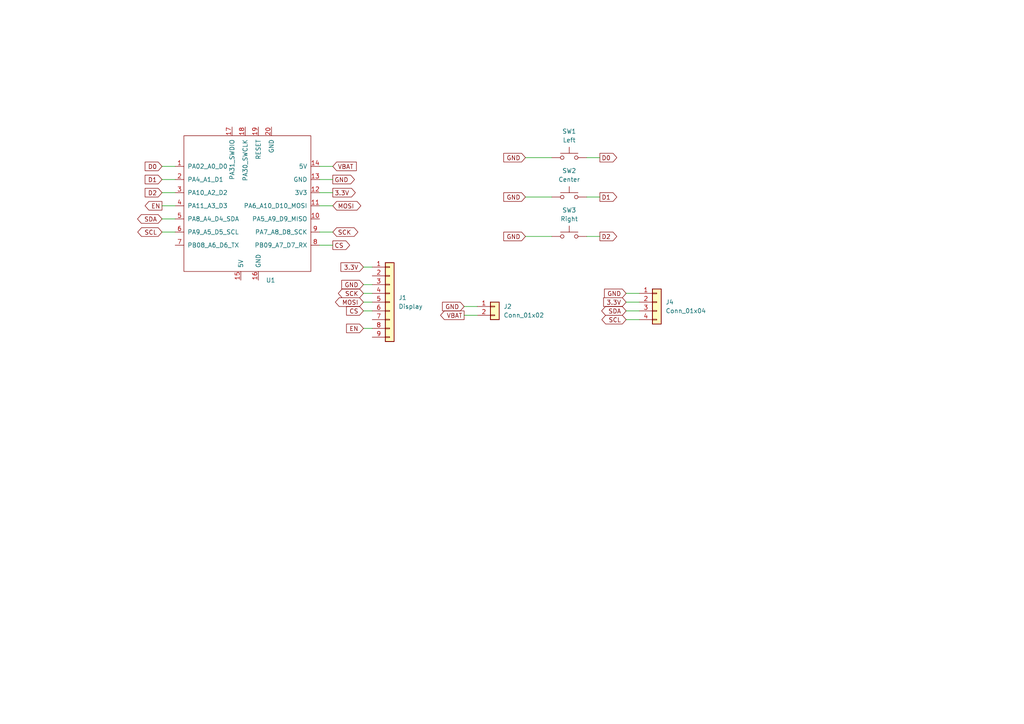
<source format=kicad_sch>
(kicad_sch (version 20231120) (generator "eeschema") (generator_version "8.0")
  (paper "A4")
  (lib_symbols
    (symbol "Connector_Generic:Conn_01x02" (pin_names (offset 1.016) hide)
      (property "Reference" "J" (at 0 2.54 0))
      (property "Value" "Conn_01x02" (at 0 -5.08 0))
      (symbol "Conn_01x02_1_1"
        (rectangle (start -1.27 -2.413) (end 0 -2.667) (stroke (width 0.1524)))
        (rectangle (start -1.27 0.127) (end 0 -0.127) (stroke (width 0.1524)))
        (rectangle (start -1.27 1.27) (end 1.27 -3.81) (stroke (width 0.254)) (fill (type background)))
        (pin passive line (at -5.08 0 0) (length 3.81) (name "Pin_1") (number "1"))
        (pin passive line (at -5.08 -2.54 0) (length 3.81) (name "Pin_2") (number "2"))
      )
    )
    (symbol "Connector_Generic:Conn_01x04" (pin_names (offset 1.016) hide)
      (property "Reference" "J" (at 0 5.08 0))
      (property "Value" "Conn_01x04" (at 0 -7.62 0))
      (symbol "Conn_01x04_1_1"
        (rectangle (start -1.27 -4.953) (end 0 -5.207) (stroke (width 0.1524)))
        (rectangle (start -1.27 -2.413) (end 0 -2.667) (stroke (width 0.1524)))
        (rectangle (start -1.27 0.127) (end 0 -0.127) (stroke (width 0.1524)))
        (rectangle (start -1.27 2.667) (end 0 2.413) (stroke (width 0.1524)))
        (rectangle (start -1.27 3.81) (end 1.27 -6.35) (stroke (width 0.254)) (fill (type background)))
        (pin passive line (at -5.08 2.54 0) (length 3.81) (name "Pin_1") (number "1"))
        (pin passive line (at -5.08 0 0) (length 3.81) (name "Pin_2") (number "2"))
        (pin passive line (at -5.08 -2.54 0) (length 3.81) (name "Pin_3") (number "3"))
        (pin passive line (at -5.08 -5.08 0) (length 3.81) (name "Pin_4") (number "4"))
      )
    )
    (symbol "Connector_Generic:Conn_01x09" (pin_names (offset 1.016) hide)
      (property "Reference" "J" (at 0 12.7 0))
      (property "Value" "Conn_01x09" (at 0 -12.7 0))
      (symbol "Conn_01x09_1_1"
        (rectangle (start -1.27 -10.033) (end 0 -10.287) (stroke (width 0.1524)))
        (rectangle (start -1.27 -7.493) (end 0 -7.747) (stroke (width 0.1524)))
        (rectangle (start -1.27 -4.953) (end 0 -5.207) (stroke (width 0.1524)))
        (rectangle (start -1.27 -2.413) (end 0 -2.667) (stroke (width 0.1524)))
        (rectangle (start -1.27 0.127) (end 0 -0.127) (stroke (width 0.1524)))
        (rectangle (start -1.27 2.667) (end 0 2.413) (stroke (width 0.1524)))
        (rectangle (start -1.27 5.207) (end 0 4.953) (stroke (width 0.1524)))
        (rectangle (start -1.27 7.747) (end 0 7.493) (stroke (width 0.1524)))
        (rectangle (start -1.27 10.287) (end 0 10.033) (stroke (width 0.1524)))
        (rectangle (start -1.27 11.43) (end 1.27 -11.43) (stroke (width 0.254)) (fill (type background)))
        (pin passive line (at -5.08 10.16 0) (length 3.81) (name "Pin_1") (number "1"))
        (pin passive line (at -5.08 7.62 0) (length 3.81) (name "Pin_2") (number "2"))
        (pin passive line (at -5.08 5.08 0) (length 3.81) (name "Pin_3") (number "3"))
        (pin passive line (at -5.08 2.54 0) (length 3.81) (name "Pin_4") (number "4"))
        (pin passive line (at -5.08 0 0) (length 3.81) (name "Pin_5") (number "5"))
        (pin passive line (at -5.08 -2.54 0) (length 3.81) (name "Pin_6") (number "6"))
        (pin passive line (at -5.08 -5.08 0) (length 3.81) (name "Pin_7") (number "7"))
        (pin passive line (at -5.08 -7.62 0) (length 3.81) (name "Pin_8") (number "8"))
        (pin passive line (at -5.08 -10.16 0) (length 3.81) (name "Pin_9") (number "9"))
      )
    )
    (symbol "Seeeduino XIAO:SeeeduinoXIAO" (pin_names (offset 1.016))
      (property "Reference" "U" (at -19.05 22.86 0))
      (property "Value" "SeeeduinoXIAO" (at -12.7 21.59 0))
      (symbol "SeeeduinoXIAO_0_1"
        (rectangle (start -19.05 20.32) (end 17.78 -19.05))
      )
      (symbol "SeeeduinoXIAO_1_1"
        (pin unspecified line (at -21.59 11.43 0) (length 2.54) (name "PA02_A0_D0") (number "1"))
        (pin unspecified line (at 20.32 -3.81 180) (length 2.54) (name "PA5_A9_D9_MISO") (number "10"))
        (pin unspecified line (at 20.32 0 180) (length 2.54) (name "PA6_A10_D10_MOSI") (number "11"))
        (pin unspecified line (at 20.32 3.81 180) (length 2.54) (name "3V3") (number "12"))
        (pin unspecified line (at 20.32 7.62 180) (length 2.54) (name "GND") (number "13"))
        (pin unspecified line (at 20.32 11.43 180) (length 2.54) (name "5V") (number "14"))
        (pin input line (at -2.54 -21.59 90) (length 2.54) (name "5V") (number "15"))
        (pin input line (at 2.54 -21.59 90) (length 2.54) (name "GND") (number "16"))
        (pin input line (at -5.08 22.86 270) (length 2.54) (name "PA31_SWDIO") (number "17"))
        (pin input line (at -1.27 22.86 270) (length 2.54) (name "PA30_SWCLK") (number "18"))
        (pin input line (at 2.54 22.86 270) (length 2.54) (name "RESET") (number "19"))
        (pin unspecified line (at -21.59 7.62 0) (length 2.54) (name "PA4_A1_D1") (number "2"))
        (pin input line (at 6.35 22.86 270) (length 2.54) (name "GND") (number "20"))
        (pin unspecified line (at -21.59 3.81 0) (length 2.54) (name "PA10_A2_D2") (number "3"))
        (pin unspecified line (at -21.59 0 0) (length 2.54) (name "PA11_A3_D3") (number "4"))
        (pin unspecified line (at -21.59 -3.81 0) (length 2.54) (name "PA8_A4_D4_SDA") (number "5"))
        (pin unspecified line (at -21.59 -7.62 0) (length 2.54) (name "PA9_A5_D5_SCL") (number "6"))
        (pin unspecified line (at -21.59 -11.43 0) (length 2.54) (name "PB08_A6_D6_TX") (number "7"))
        (pin unspecified line (at 20.32 -11.43 180) (length 2.54) (name "PB09_A7_D7_RX") (number "8"))
        (pin unspecified line (at 20.32 -7.62 180) (length 2.54) (name "PA7_A8_D8_SCK") (number "9"))
      )
    )
    (symbol "Switch:SW_Push" (pin_numbers hide) (pin_names (offset 1.016) hide)
      (property "Reference" "SW" (at 1.27 2.54 0))
      (property "Value" "SW_Push" (at 0 -1.524 0))
      (symbol "SW_Push_0_1"
        (circle (center -2.032 0) (radius 0.508))
        (polyline (pts (xy 0 1.27) (xy 0 3.048)))
        (polyline (pts (xy 2.54 1.27) (xy -2.54 1.27)))
        (circle (center 2.032 0) (radius 0.508))
        (pin passive line (at -5.08 0 0) (length 2.54) (name "1") (number "1"))
        (pin passive line (at 5.08 0 180) (length 2.54) (name "2") (number "2"))
      )
    )
  )
  (wire (pts (xy 152.4 45.72) (xy 160.02 45.72)))
  (wire (pts (xy 46.99 59.69) (xy 50.8 59.69)))
  (wire (pts (xy 105.41 87.63) (xy 107.95 87.63)))
  (wire (pts (xy 46.99 63.5) (xy 50.8 63.5)))
  (wire (pts (xy 105.41 85.09) (xy 107.95 85.09)))
  (wire (pts (xy 46.99 67.31) (xy 50.8 67.31)))
  (wire (pts (xy 170.18 68.58) (xy 173.99 68.58)))
  (wire (pts (xy 105.41 95.25) (xy 107.95 95.25)))
  (wire (pts (xy 92.71 59.69) (xy 96.52 59.69)))
  (wire (pts (xy 46.99 48.26) (xy 50.8 48.26)))
  (wire (pts (xy 46.99 52.07) (xy 50.8 52.07)))
  (wire (pts (xy 134.62 91.44) (xy 138.43 91.44)))
  (wire (pts (xy 92.71 55.88) (xy 96.52 55.88)))
  (wire (pts (xy 92.71 71.12) (xy 96.52 71.12)))
  (wire (pts (xy 170.18 57.15) (xy 173.99 57.15)))
  (wire (pts (xy 105.41 90.17) (xy 107.95 90.17)))
  (wire (pts (xy 170.18 45.72) (xy 173.99 45.72)))
  (wire (pts (xy 152.4 68.58) (xy 160.02 68.58)))
  (wire (pts (xy 152.4 57.15) (xy 160.02 57.15)))
  (wire (pts (xy 92.71 48.26) (xy 96.52 48.26)))
  (wire (pts (xy 92.71 67.31) (xy 96.52 67.31)))
  (wire (pts (xy 181.61 85.09) (xy 185.42 85.09)))
  (wire (pts (xy 105.41 82.55) (xy 107.95 82.55)))
  (wire (pts (xy 46.99 55.88) (xy 50.8 55.88)))
  (wire (pts (xy 105.41 77.47) (xy 107.95 77.47)))
  (wire (pts (xy 134.62 88.9) (xy 138.43 88.9)))
  (wire (pts (xy 92.71 52.07) (xy 96.52 52.07)))
  (wire (pts (xy 181.61 87.63) (xy 185.42 87.63)))
  (wire (pts (xy 181.61 90.17) (xy 185.42 90.17)))
  (wire (pts (xy 181.61 92.71) (xy 185.42 92.71)))
  (global_label "D0" (shape input) (at 46.99 48.26 180) (property "Intersheetrefs" "${INTERSHEET_REFS}" (effects (hide yes))))
  (global_label "EN" (shape input) (at 105.41 95.25 180) (property "Intersheetrefs" "${INTERSHEET_REFS}" (effects (hide yes))))
  (global_label "GND" (shape input) (at 152.4 57.15 180) (property "Intersheetrefs" "${INTERSHEET_REFS}" (effects (hide yes))))
  (global_label "D1" (shape input) (at 46.99 52.07 180) (property "Intersheetrefs" "${INTERSHEET_REFS}" (effects (hide yes))))
  (global_label "D2" (shape input) (at 46.99 55.88 180) (property "Intersheetrefs" "${INTERSHEET_REFS}" (effects (hide yes))))
  (global_label "GND" (shape input) (at 105.41 82.55 180) (property "Intersheetrefs" "${INTERSHEET_REFS}" (effects (hide yes))))
  (global_label "SDA" (shape bidirectional) (at 46.99 63.5 180) (property "Intersheetrefs" "${INTERSHEET_REFS}" (effects (hide yes))))
  (global_label "CS" (shape output) (at 96.52 71.12 0) (property "Intersheetrefs" "${INTERSHEET_REFS}" (effects (hide yes))))
  (global_label "MOSI" (shape bidirectional) (at 105.41 87.63 180) (property "Intersheetrefs" "${INTERSHEET_REFS}" (effects (hide yes))))
  (global_label "GND" (shape input) (at 181.61 85.09 180) (property "Intersheetrefs" "${INTERSHEET_REFS}" (effects (hide yes))))
  (global_label "SCL" (shape bidirectional) (at 46.99 67.31 180) (property "Intersheetrefs" "${INTERSHEET_REFS}" (effects (hide yes))))
  (global_label "EN" (shape output) (at 46.99 59.69 180) (property "Intersheetrefs" "${INTERSHEET_REFS}" (effects (hide yes))))
  (global_label "SDA" (shape bidirectional) (at 181.61 90.17 180) (property "Intersheetrefs" "${INTERSHEET_REFS}" (effects (hide yes))))
  (global_label "GND" (shape input) (at 152.4 45.72 180) (property "Intersheetrefs" "${INTERSHEET_REFS}" (effects (hide yes))))
  (global_label "CS" (shape input) (at 105.41 90.17 180) (property "Intersheetrefs" "${INTERSHEET_REFS}" (effects (hide yes))))
  (global_label "GND" (shape input) (at 152.4 68.58 180) (property "Intersheetrefs" "${INTERSHEET_REFS}" (effects (hide yes))))
  (global_label "VBAT" (shape input) (at 96.52 48.26 0) (property "Intersheetrefs" "${INTERSHEET_REFS}" (effects (hide yes))))
  (global_label "D1" (shape output) (at 173.99 57.15 0) (property "Intersheetrefs" "${INTERSHEET_REFS}" (effects (hide yes))))
  (global_label "D0" (shape output) (at 173.99 45.72 0) (property "Intersheetrefs" "${INTERSHEET_REFS}" (effects (hide yes))))
  (global_label "SCK" (shape bidirectional) (at 105.41 85.09 180) (property "Intersheetrefs" "${INTERSHEET_REFS}" (effects (hide yes))))
  (global_label "3.3V" (shape input) (at 181.61 87.63 180) (property "Intersheetrefs" "${INTERSHEET_REFS}" (effects (hide yes))))
  (global_label "GND" (shape input) (at 134.62 88.9 180) (property "Intersheetrefs" "${INTERSHEET_REFS}" (effects (hide yes))))
  (global_label "D2" (shape output) (at 173.99 68.58 0) (property "Intersheetrefs" "${INTERSHEET_REFS}" (effects (hide yes))))
  (global_label "SCK" (shape bidirectional) (at 96.52 67.31 0) (property "Intersheetrefs" "${INTERSHEET_REFS}" (effects (hide yes))))
  (global_label "3.3V" (shape input) (at 105.41 77.47 180) (property "Intersheetrefs" "${INTERSHEET_REFS}" (effects (hide yes))))
  (global_label "3.3V" (shape output) (at 96.52 55.88 0) (property "Intersheetrefs" "${INTERSHEET_REFS}" (effects (hide yes))))
  (global_label "GND" (shape output) (at 96.52 52.07 0) (property "Intersheetrefs" "${INTERSHEET_REFS}" (effects (hide yes))))
  (global_label "SCL" (shape bidirectional) (at 181.61 92.71 180) (property "Intersheetrefs" "${INTERSHEET_REFS}" (effects (hide yes))))
  (global_label "VBAT" (shape output) (at 134.62 91.44 180) (property "Intersheetrefs" "${INTERSHEET_REFS}" (effects (hide yes))))
  (global_label "MOSI" (shape bidirectional) (at 96.52 59.69 0) (property "Intersheetrefs" "${INTERSHEET_REFS}" (effects (hide yes))))
  (symbol (lib_id "Seeeduino XIAO:SeeeduinoXIAO") (at 72.39 59.69 0) (unit 1)
    (property "Reference" "U1" (at 77.1241 81.28 0) (effects (justify left)))
    (property "Value" "SeeeduinoXIAO" (effects (hide yes)))
    (property "Footprint" "MCU:Seeeduino XIAO-MOUDLE14P-2.54-21X17.8MM" (effects (hide yes)))
  )
  (symbol (lib_id "Connector_Generic:Conn_01x02") (at 143.51 88.9 0) (unit 1)
    (property "Reference" "J2" (at 146.05 88.8999 0) (effects (justify left)))
    (property "Value" "Conn_01x02" (at 146.05 91.4399 0) (effects (justify left)))
    (property "Footprint" "Custom:SolderWirePad_1x02_SMD_2x2mm" (effects (hide yes)))
    (property "Description" "Generic connector, single row, 01x02, script generated (kicad-library-utils/schlib/autogen/connector/)" (effects (hide yes)))
  )
  (symbol (lib_id "Switch:SW_Push") (at 165.1 68.58 0) (unit 1)
    (property "Reference" "SW3" (at 165.1 60.96 0))
    (property "Value" "Right" (at 165.1 63.5 0))
    (property "Footprint" "Button_Switch_THT:SW_PUSH_1P1T_6x3.5mm_H4.3_APEM_MJTP1243" (effects (hide yes)))
    (property "Description" "Push button switch, generic, two pins" (effects (hide yes)))
  )
  (symbol (lib_id "Switch:SW_Push") (at 165.1 45.72 0) (unit 1)
    (property "Reference" "SW1" (at 165.1 38.1 0))
    (property "Value" "Left" (at 165.1 40.64 0))
    (property "Footprint" "Button_Switch_THT:SW_PUSH_1P1T_6x3.5mm_H4.3_APEM_MJTP1243" (effects (hide yes)))
    (property "Description" "Push button switch, generic, two pins" (effects (hide yes)))
  )
  (symbol (lib_id "Connector_Generic:Conn_01x04") (at 190.5 87.63 0) (unit 1)
    (property "Reference" "J4" (at 193.04 87.6299 0) (effects (justify left)))
    (property "Value" "Conn_01x04" (at 193.04 90.1699 0) (effects (justify left)))
    (property "Footprint" "Connector_PinHeader_2.54mm:PinHeader_1x04_P2.54mm_Vertical" (effects (hide yes)))
    (property "Description" "Generic connector, single row, 01x04, script generated (kicad-library-utils/schlib/autogen/connector/)" (effects (hide yes)))
  )
  (symbol (lib_id "Connector_Generic:Conn_01x09") (at 113.03 87.63 0) (unit 1)
    (property "Reference" "J1" (at 115.57 86.3599 0) (effects (justify left)))
    (property "Value" "Display" (at 115.57 88.8999 0) (effects (justify left)))
    (property "Footprint" "Connector_PinHeader_2.54mm:PinHeader_1x09_P2.54mm_Vertical" (effects (hide yes)))
    (property "Description" "Generic connector, single row, 01x09, script generated (kicad-library-utils/schlib/autogen/connector/)" (effects (hide yes)))
  )
  (symbol (lib_id "Switch:SW_Push") (at 165.1 57.15 0) (unit 1)
    (property "Reference" "SW2" (at 165.1 49.53 0))
    (property "Value" "Center" (at 165.1 52.07 0))
    (property "Footprint" "Button_Switch_THT:SW_PUSH_1P1T_6x3.5mm_H4.3_APEM_MJTP1243" (effects (hide yes)))
    (property "Description" "Push button switch, generic, two pins" (effects (hide yes)))
  )
)
</source>
